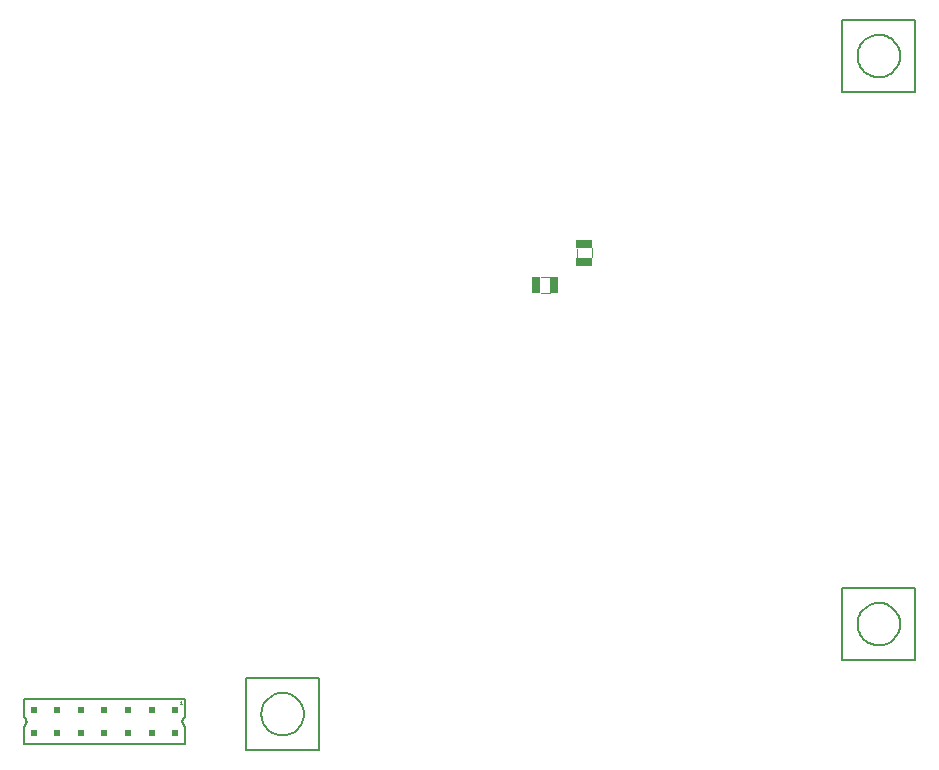
<source format=gbs>
G75*
G70*
%OFA0B0*%
%FSLAX24Y24*%
%IPPOS*%
%LPD*%
%AMOC8*
5,1,8,0,0,1.08239X$1,22.5*
%
%ADD10R,0.0295X0.0571*%
%ADD11C,0.0040*%
%ADD12R,0.0571X0.0295*%
%ADD13C,0.0080*%
%ADD14R,0.0197X0.0197*%
%ADD15C,0.0010*%
D10*
X023493Y016976D03*
X024063Y016976D03*
D11*
X023931Y016716D02*
X023631Y016716D01*
X023631Y017236D02*
X023921Y017236D01*
X024834Y017889D02*
X024834Y018179D01*
X025353Y018189D02*
X025353Y017889D01*
D12*
X025094Y017751D03*
X025094Y018321D03*
D13*
X011790Y001666D02*
X006397Y001666D01*
X006397Y002256D01*
X006397Y002257D02*
X006418Y002269D01*
X006437Y002284D01*
X006455Y002301D01*
X006469Y002321D01*
X006481Y002343D01*
X006489Y002366D01*
X006494Y002390D01*
X006496Y002414D01*
X006494Y002438D01*
X006489Y002462D01*
X006481Y002485D01*
X006469Y002507D01*
X006455Y002527D01*
X006437Y002544D01*
X006418Y002559D01*
X006397Y002571D01*
X006397Y003162D01*
X011790Y003162D01*
X011790Y002571D01*
X011769Y002559D01*
X011750Y002544D01*
X011732Y002527D01*
X011718Y002507D01*
X011706Y002485D01*
X011698Y002462D01*
X011693Y002438D01*
X011691Y002414D01*
X011693Y002390D01*
X011698Y002366D01*
X011706Y002343D01*
X011718Y002321D01*
X011732Y002301D01*
X011750Y002284D01*
X011769Y002269D01*
X011790Y002257D01*
X011790Y002256D02*
X011790Y001666D01*
X013820Y001453D02*
X016241Y001453D01*
X016241Y003874D01*
X013820Y003874D01*
X013820Y001453D01*
X013820Y002453D02*
X013820Y002874D01*
X014322Y002664D02*
X014324Y002717D01*
X014330Y002770D01*
X014340Y002822D01*
X014353Y002873D01*
X014371Y002923D01*
X014392Y002972D01*
X014417Y003019D01*
X014445Y003063D01*
X014477Y003106D01*
X014511Y003146D01*
X014549Y003184D01*
X014589Y003218D01*
X014632Y003250D01*
X014677Y003278D01*
X014723Y003303D01*
X014772Y003324D01*
X014822Y003342D01*
X014873Y003355D01*
X014925Y003365D01*
X014978Y003371D01*
X015031Y003373D01*
X015084Y003371D01*
X015137Y003365D01*
X015189Y003355D01*
X015240Y003342D01*
X015290Y003324D01*
X015339Y003303D01*
X015386Y003278D01*
X015430Y003250D01*
X015473Y003218D01*
X015513Y003184D01*
X015551Y003146D01*
X015585Y003106D01*
X015617Y003063D01*
X015645Y003018D01*
X015670Y002972D01*
X015691Y002923D01*
X015709Y002873D01*
X015722Y002822D01*
X015732Y002770D01*
X015738Y002717D01*
X015740Y002664D01*
X015738Y002611D01*
X015732Y002558D01*
X015722Y002506D01*
X015709Y002455D01*
X015691Y002405D01*
X015670Y002356D01*
X015645Y002309D01*
X015617Y002265D01*
X015585Y002222D01*
X015551Y002182D01*
X015513Y002144D01*
X015473Y002110D01*
X015430Y002078D01*
X015385Y002050D01*
X015339Y002025D01*
X015290Y002004D01*
X015240Y001986D01*
X015189Y001973D01*
X015137Y001963D01*
X015084Y001957D01*
X015031Y001955D01*
X014978Y001957D01*
X014925Y001963D01*
X014873Y001973D01*
X014822Y001986D01*
X014772Y002004D01*
X014723Y002025D01*
X014676Y002050D01*
X014632Y002078D01*
X014589Y002110D01*
X014549Y002144D01*
X014511Y002182D01*
X014477Y002222D01*
X014445Y002265D01*
X014417Y002310D01*
X014392Y002356D01*
X014371Y002405D01*
X014353Y002455D01*
X014340Y002506D01*
X014330Y002558D01*
X014324Y002611D01*
X014322Y002664D01*
X016241Y002874D02*
X016241Y002453D01*
X033695Y004453D02*
X033695Y006874D01*
X036117Y006874D01*
X036117Y004453D01*
X033695Y004453D01*
X033695Y005453D02*
X033695Y005874D01*
X034197Y005664D02*
X034199Y005717D01*
X034205Y005770D01*
X034215Y005822D01*
X034228Y005873D01*
X034246Y005923D01*
X034267Y005972D01*
X034292Y006019D01*
X034320Y006063D01*
X034352Y006106D01*
X034386Y006146D01*
X034424Y006184D01*
X034464Y006218D01*
X034507Y006250D01*
X034552Y006278D01*
X034598Y006303D01*
X034647Y006324D01*
X034697Y006342D01*
X034748Y006355D01*
X034800Y006365D01*
X034853Y006371D01*
X034906Y006373D01*
X034959Y006371D01*
X035012Y006365D01*
X035064Y006355D01*
X035115Y006342D01*
X035165Y006324D01*
X035214Y006303D01*
X035261Y006278D01*
X035305Y006250D01*
X035348Y006218D01*
X035388Y006184D01*
X035426Y006146D01*
X035460Y006106D01*
X035492Y006063D01*
X035520Y006018D01*
X035545Y005972D01*
X035566Y005923D01*
X035584Y005873D01*
X035597Y005822D01*
X035607Y005770D01*
X035613Y005717D01*
X035615Y005664D01*
X035613Y005611D01*
X035607Y005558D01*
X035597Y005506D01*
X035584Y005455D01*
X035566Y005405D01*
X035545Y005356D01*
X035520Y005309D01*
X035492Y005265D01*
X035460Y005222D01*
X035426Y005182D01*
X035388Y005144D01*
X035348Y005110D01*
X035305Y005078D01*
X035260Y005050D01*
X035214Y005025D01*
X035165Y005004D01*
X035115Y004986D01*
X035064Y004973D01*
X035012Y004963D01*
X034959Y004957D01*
X034906Y004955D01*
X034853Y004957D01*
X034800Y004963D01*
X034748Y004973D01*
X034697Y004986D01*
X034647Y005004D01*
X034598Y005025D01*
X034551Y005050D01*
X034507Y005078D01*
X034464Y005110D01*
X034424Y005144D01*
X034386Y005182D01*
X034352Y005222D01*
X034320Y005265D01*
X034292Y005310D01*
X034267Y005356D01*
X034246Y005405D01*
X034228Y005455D01*
X034215Y005506D01*
X034205Y005558D01*
X034199Y005611D01*
X034197Y005664D01*
X036117Y005874D02*
X036117Y005453D01*
X036117Y023390D02*
X033695Y023390D01*
X033695Y025812D01*
X036117Y025812D01*
X036117Y023390D01*
X036117Y024390D02*
X036117Y024812D01*
X034197Y024601D02*
X034199Y024654D01*
X034205Y024707D01*
X034215Y024759D01*
X034228Y024810D01*
X034246Y024860D01*
X034267Y024909D01*
X034292Y024956D01*
X034320Y025000D01*
X034352Y025043D01*
X034386Y025083D01*
X034424Y025121D01*
X034464Y025155D01*
X034507Y025187D01*
X034552Y025215D01*
X034598Y025240D01*
X034647Y025261D01*
X034697Y025279D01*
X034748Y025292D01*
X034800Y025302D01*
X034853Y025308D01*
X034906Y025310D01*
X034959Y025308D01*
X035012Y025302D01*
X035064Y025292D01*
X035115Y025279D01*
X035165Y025261D01*
X035214Y025240D01*
X035261Y025215D01*
X035305Y025187D01*
X035348Y025155D01*
X035388Y025121D01*
X035426Y025083D01*
X035460Y025043D01*
X035492Y025000D01*
X035520Y024955D01*
X035545Y024909D01*
X035566Y024860D01*
X035584Y024810D01*
X035597Y024759D01*
X035607Y024707D01*
X035613Y024654D01*
X035615Y024601D01*
X035613Y024548D01*
X035607Y024495D01*
X035597Y024443D01*
X035584Y024392D01*
X035566Y024342D01*
X035545Y024293D01*
X035520Y024246D01*
X035492Y024202D01*
X035460Y024159D01*
X035426Y024119D01*
X035388Y024081D01*
X035348Y024047D01*
X035305Y024015D01*
X035260Y023987D01*
X035214Y023962D01*
X035165Y023941D01*
X035115Y023923D01*
X035064Y023910D01*
X035012Y023900D01*
X034959Y023894D01*
X034906Y023892D01*
X034853Y023894D01*
X034800Y023900D01*
X034748Y023910D01*
X034697Y023923D01*
X034647Y023941D01*
X034598Y023962D01*
X034551Y023987D01*
X034507Y024015D01*
X034464Y024047D01*
X034424Y024081D01*
X034386Y024119D01*
X034352Y024159D01*
X034320Y024202D01*
X034292Y024247D01*
X034267Y024293D01*
X034246Y024342D01*
X034228Y024392D01*
X034215Y024443D01*
X034205Y024495D01*
X034199Y024548D01*
X034197Y024601D01*
X033695Y024390D02*
X033695Y024812D01*
D14*
X011456Y002807D03*
X010668Y002807D03*
X009881Y002807D03*
X009093Y002807D03*
X008306Y002807D03*
X007519Y002807D03*
X006731Y002807D03*
X006731Y002020D03*
X007519Y002020D03*
X008306Y002020D03*
X009093Y002020D03*
X009881Y002020D03*
X010668Y002020D03*
X011456Y002020D03*
D15*
X011606Y002988D02*
X011679Y002988D01*
X011643Y002988D02*
X011643Y003098D01*
X011606Y003061D01*
M02*

</source>
